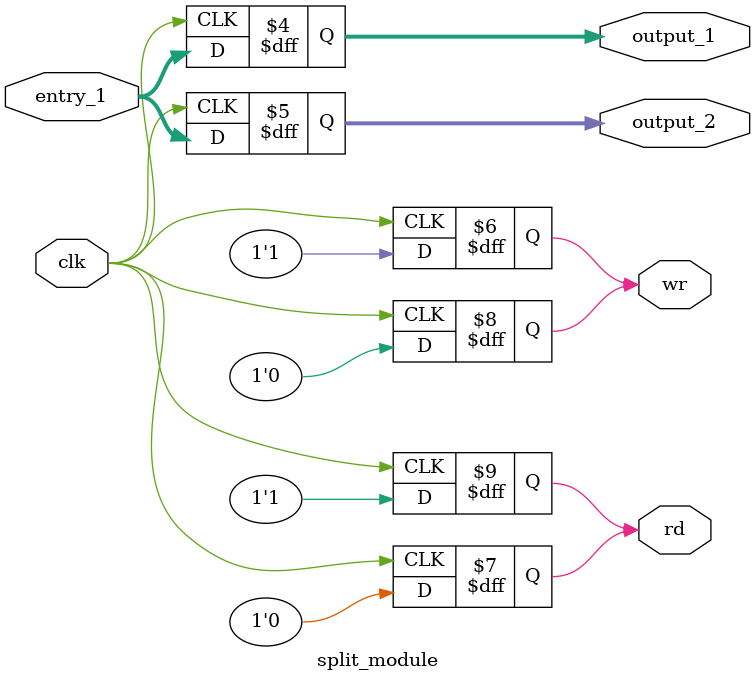
<source format=v>
module split_module (
clk,
rd,
wr,
entry_1,
output_1,
output_2
);

/*
 * We define the entries and outputs
 */

input clk;
input [15:0] entry_1; 
output [15:0] output_1;
output [15:0] output_2;
output wr;
output rd;


/*
 * We define the type of outputs
 * 
 */
	
 reg [15:0] output_1;
 reg [15:0] output_2;
 reg wr;
 reg rd;
 
 /*
 * We enable rd
 * 
 */
 always @(posedge clk)
 begin
	wr = 1'b0;
	rd = 1'b1;
 end
 
 /*
 * We enable wr
 * 
 */
 always @(negedge clk)
 begin
	wr = 1'b1;
	rd = 1'b0;
 end


/*
 * We make the split operation.
 */
 
 always @(posedge clk)
 begin
   output_1 = entry_1;
	output_2 = entry_1;
 end


endmodule // end split_module
</source>
